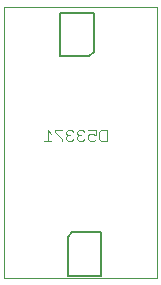
<source format=gbo>
G75*
G70*
%OFA0B0*%
%FSLAX24Y24*%
%IPPOS*%
%LPD*%
%AMOC8*
5,1,8,0,0,1.08239X$1,22.5*
%
%ADD10C,0.0000*%
%ADD11C,0.0030*%
%ADD12C,0.0050*%
D10*
X000900Y000980D02*
X000900Y010035D01*
X006018Y010035D01*
X006018Y000980D01*
X000900Y000980D01*
D11*
X002237Y005555D02*
X002483Y005555D01*
X002360Y005555D02*
X002360Y005925D01*
X002483Y005802D01*
X002605Y005864D02*
X002852Y005617D01*
X002852Y005555D01*
X002973Y005617D02*
X002973Y005678D01*
X003035Y005740D01*
X003097Y005740D01*
X003035Y005740D02*
X002973Y005802D01*
X002973Y005864D01*
X003035Y005925D01*
X003158Y005925D01*
X003220Y005864D01*
X003341Y005864D02*
X003341Y005802D01*
X003403Y005740D01*
X003341Y005678D01*
X003341Y005617D01*
X003403Y005555D01*
X003527Y005555D01*
X003588Y005617D01*
X003710Y005617D02*
X003710Y005740D01*
X003772Y005802D01*
X003833Y005802D01*
X003957Y005740D01*
X003957Y005925D01*
X003710Y005925D01*
X003588Y005864D02*
X003527Y005925D01*
X003403Y005925D01*
X003341Y005864D01*
X003403Y005740D02*
X003465Y005740D01*
X003710Y005617D02*
X003772Y005555D01*
X003895Y005555D01*
X003957Y005617D01*
X004078Y005617D02*
X004078Y005864D01*
X004140Y005925D01*
X004325Y005925D01*
X004325Y005555D01*
X004140Y005555D01*
X004078Y005617D01*
X003220Y005617D02*
X003158Y005555D01*
X003035Y005555D01*
X002973Y005617D01*
X002852Y005925D02*
X002605Y005925D01*
X002605Y005864D01*
D12*
X002787Y008375D02*
X003732Y008375D01*
X003890Y008532D01*
X003890Y009831D01*
X002787Y009831D01*
X002787Y008414D01*
X003186Y002522D02*
X004131Y002522D01*
X004131Y002482D02*
X004131Y001065D01*
X003029Y001065D01*
X003029Y002364D01*
X003186Y002522D01*
M02*

</source>
